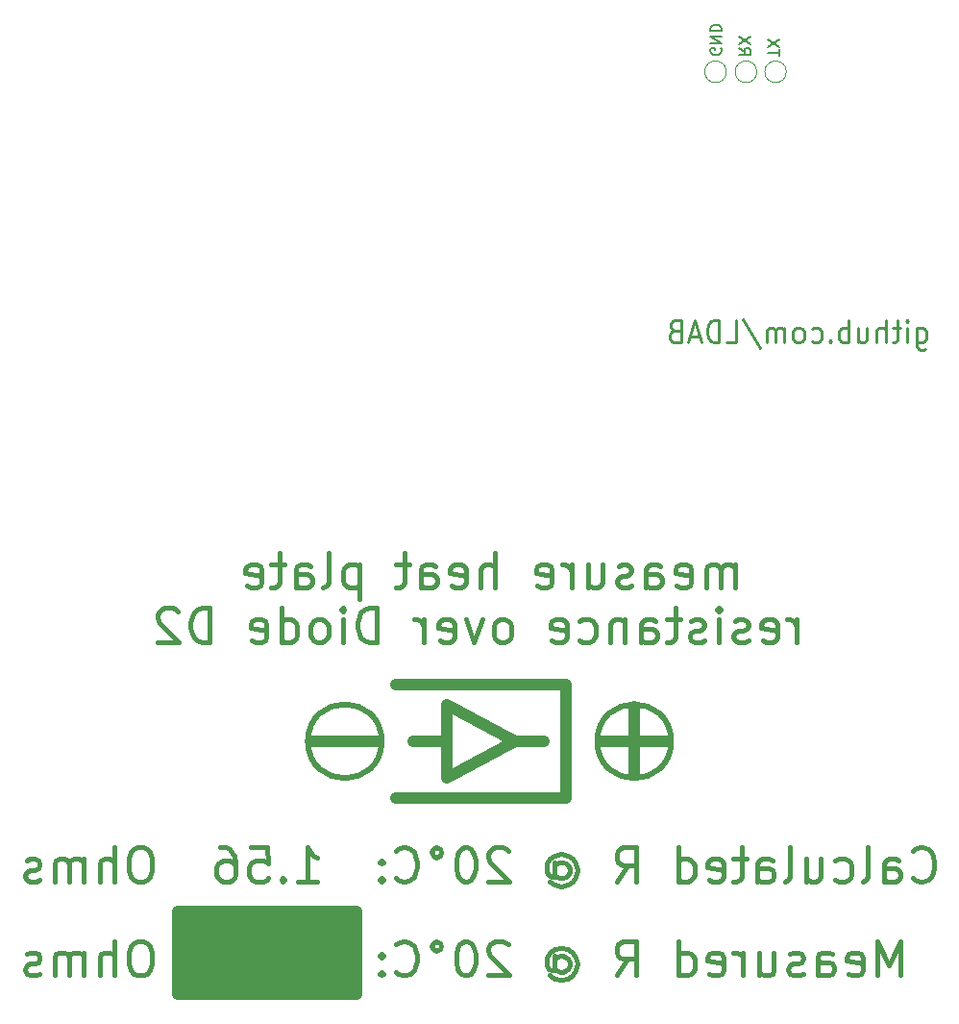
<source format=gbo>
G04 #@! TF.GenerationSoftware,KiCad,Pcbnew,(6.0.1)*
G04 #@! TF.CreationDate,2023-01-09T15:04:14+01:00*
G04 #@! TF.ProjectId,relow-solder-hot-plate,72656c6f-772d-4736-9f6c-6465722d686f,rev?*
G04 #@! TF.SameCoordinates,Original*
G04 #@! TF.FileFunction,Legend,Bot*
G04 #@! TF.FilePolarity,Positive*
%FSLAX46Y46*%
G04 Gerber Fmt 4.6, Leading zero omitted, Abs format (unit mm)*
G04 Created by KiCad (PCBNEW (6.0.1)) date 2023-01-09 15:04:14*
%MOMM*%
%LPD*%
G01*
G04 APERTURE LIST*
%ADD10C,1.000000*%
%ADD11C,0.500000*%
%ADD12C,0.250000*%
%ADD13C,0.150000*%
%ADD14C,0.400000*%
%ADD15C,0.120000*%
%ADD16C,0.650000*%
%ADD17O,1.000000X2.100000*%
%ADD18O,1.000000X1.600000*%
%ADD19C,1.600000*%
%ADD20R,1.600000X1.600000*%
%ADD21C,2.000000*%
%ADD22C,6.200000*%
%ADD23R,1.050000X1.500000*%
%ADD24O,1.050000X1.500000*%
%ADD25C,1.500000*%
G04 APERTURE END LIST*
D10*
X107250000Y-129000000D02*
X104250000Y-129000000D01*
X117750000Y-134000000D02*
X102750000Y-134000000D01*
X126750000Y-129000000D02*
X120750000Y-129000000D01*
X117750000Y-134000000D02*
X117750000Y-124000000D01*
X117750000Y-124000000D02*
X102750000Y-124000000D01*
D11*
X101500000Y-129000000D02*
G75*
G03*
X101500000Y-129000000I-3250000J0D01*
G01*
X127000000Y-129000000D02*
G75*
G03*
X127000000Y-129000000I-3250000J0D01*
G01*
D10*
X107250000Y-125750000D02*
X113250000Y-129000000D01*
X101250000Y-129000000D02*
X95250000Y-129000000D01*
X107250000Y-132250000D02*
X107250000Y-125750000D01*
X112750000Y-129000000D02*
X115750000Y-129000000D01*
X123750000Y-132000000D02*
X123750000Y-126000000D01*
X113250000Y-129000000D02*
X107250000Y-132250000D01*
X83500000Y-144000000D02*
X99250000Y-144000000D01*
X99250000Y-144000000D02*
X99250000Y-151250000D01*
X99250000Y-151250000D02*
X83500000Y-151250000D01*
X83500000Y-151250000D02*
X83500000Y-144000000D01*
G36*
X83500000Y-144000000D02*
G01*
X99250000Y-144000000D01*
X99250000Y-151250000D01*
X83500000Y-151250000D01*
X83500000Y-144000000D01*
G37*
D12*
X148637500Y-92571428D02*
X148637500Y-94190476D01*
X148723214Y-94380952D01*
X148808928Y-94476190D01*
X148980357Y-94571428D01*
X149237500Y-94571428D01*
X149408928Y-94476190D01*
X148637500Y-93809523D02*
X148808928Y-93904761D01*
X149151785Y-93904761D01*
X149323214Y-93809523D01*
X149408928Y-93714285D01*
X149494642Y-93523809D01*
X149494642Y-92952380D01*
X149408928Y-92761904D01*
X149323214Y-92666666D01*
X149151785Y-92571428D01*
X148808928Y-92571428D01*
X148637500Y-92666666D01*
X147780357Y-93904761D02*
X147780357Y-92571428D01*
X147780357Y-91904761D02*
X147866071Y-92000000D01*
X147780357Y-92095238D01*
X147694642Y-92000000D01*
X147780357Y-91904761D01*
X147780357Y-92095238D01*
X147180357Y-92571428D02*
X146494642Y-92571428D01*
X146923214Y-91904761D02*
X146923214Y-93619047D01*
X146837500Y-93809523D01*
X146666071Y-93904761D01*
X146494642Y-93904761D01*
X145894642Y-93904761D02*
X145894642Y-91904761D01*
X145123214Y-93904761D02*
X145123214Y-92857142D01*
X145208928Y-92666666D01*
X145380357Y-92571428D01*
X145637500Y-92571428D01*
X145808928Y-92666666D01*
X145894642Y-92761904D01*
X143494642Y-92571428D02*
X143494642Y-93904761D01*
X144266071Y-92571428D02*
X144266071Y-93619047D01*
X144180357Y-93809523D01*
X144008928Y-93904761D01*
X143751785Y-93904761D01*
X143580357Y-93809523D01*
X143494642Y-93714285D01*
X142637500Y-93904761D02*
X142637500Y-91904761D01*
X142637500Y-92666666D02*
X142466071Y-92571428D01*
X142123214Y-92571428D01*
X141951785Y-92666666D01*
X141866071Y-92761904D01*
X141780357Y-92952380D01*
X141780357Y-93523809D01*
X141866071Y-93714285D01*
X141951785Y-93809523D01*
X142123214Y-93904761D01*
X142466071Y-93904761D01*
X142637500Y-93809523D01*
X141008928Y-93714285D02*
X140923214Y-93809523D01*
X141008928Y-93904761D01*
X141094642Y-93809523D01*
X141008928Y-93714285D01*
X141008928Y-93904761D01*
X139380357Y-93809523D02*
X139551785Y-93904761D01*
X139894642Y-93904761D01*
X140066071Y-93809523D01*
X140151785Y-93714285D01*
X140237500Y-93523809D01*
X140237500Y-92952380D01*
X140151785Y-92761904D01*
X140066071Y-92666666D01*
X139894642Y-92571428D01*
X139551785Y-92571428D01*
X139380357Y-92666666D01*
X138351785Y-93904761D02*
X138523214Y-93809523D01*
X138608928Y-93714285D01*
X138694642Y-93523809D01*
X138694642Y-92952380D01*
X138608928Y-92761904D01*
X138523214Y-92666666D01*
X138351785Y-92571428D01*
X138094642Y-92571428D01*
X137923214Y-92666666D01*
X137837500Y-92761904D01*
X137751785Y-92952380D01*
X137751785Y-93523809D01*
X137837500Y-93714285D01*
X137923214Y-93809523D01*
X138094642Y-93904761D01*
X138351785Y-93904761D01*
X136980357Y-93904761D02*
X136980357Y-92571428D01*
X136980357Y-92761904D02*
X136894642Y-92666666D01*
X136723214Y-92571428D01*
X136466071Y-92571428D01*
X136294642Y-92666666D01*
X136208928Y-92857142D01*
X136208928Y-93904761D01*
X136208928Y-92857142D02*
X136123214Y-92666666D01*
X135951785Y-92571428D01*
X135694642Y-92571428D01*
X135523214Y-92666666D01*
X135437500Y-92857142D01*
X135437500Y-93904761D01*
X133294642Y-91809523D02*
X134837500Y-94380952D01*
X131837500Y-93904761D02*
X132694642Y-93904761D01*
X132694642Y-91904761D01*
X131237500Y-93904761D02*
X131237500Y-91904761D01*
X130808928Y-91904761D01*
X130551785Y-92000000D01*
X130380357Y-92190476D01*
X130294642Y-92380952D01*
X130208928Y-92761904D01*
X130208928Y-93047619D01*
X130294642Y-93428571D01*
X130380357Y-93619047D01*
X130551785Y-93809523D01*
X130808928Y-93904761D01*
X131237500Y-93904761D01*
X129523214Y-93333333D02*
X128666071Y-93333333D01*
X129694642Y-93904761D02*
X129094642Y-91904761D01*
X128494642Y-93904761D01*
X127294642Y-92857142D02*
X127037500Y-92952380D01*
X126951785Y-93047619D01*
X126866071Y-93238095D01*
X126866071Y-93523809D01*
X126951785Y-93714285D01*
X127037500Y-93809523D01*
X127208928Y-93904761D01*
X127894642Y-93904761D01*
X127894642Y-91904761D01*
X127294642Y-91904761D01*
X127123214Y-92000000D01*
X127037500Y-92095238D01*
X126951785Y-92285714D01*
X126951785Y-92476190D01*
X127037500Y-92666666D01*
X127123214Y-92761904D01*
X127294642Y-92857142D01*
X127894642Y-92857142D01*
D13*
X131410000Y-67990595D02*
X131457619Y-68085833D01*
X131457619Y-68228690D01*
X131410000Y-68371547D01*
X131314761Y-68466785D01*
X131219523Y-68514404D01*
X131029047Y-68562023D01*
X130886190Y-68562023D01*
X130695714Y-68514404D01*
X130600476Y-68466785D01*
X130505238Y-68371547D01*
X130457619Y-68228690D01*
X130457619Y-68133452D01*
X130505238Y-67990595D01*
X130552857Y-67942976D01*
X130886190Y-67942976D01*
X130886190Y-68133452D01*
X130457619Y-67514404D02*
X131457619Y-67514404D01*
X130457619Y-66942976D01*
X131457619Y-66942976D01*
X130457619Y-66466785D02*
X131457619Y-66466785D01*
X131457619Y-66228690D01*
X131410000Y-66085833D01*
X131314761Y-65990595D01*
X131219523Y-65942976D01*
X131029047Y-65895357D01*
X130886190Y-65895357D01*
X130695714Y-65942976D01*
X130600476Y-65990595D01*
X130505238Y-66085833D01*
X130457619Y-66228690D01*
X130457619Y-66466785D01*
X136537619Y-68657261D02*
X136537619Y-68085833D01*
X135537619Y-68371547D02*
X136537619Y-68371547D01*
X136537619Y-67847738D02*
X135537619Y-67181071D01*
X136537619Y-67181071D02*
X135537619Y-67847738D01*
X132997619Y-67942976D02*
X133473809Y-68276309D01*
X132997619Y-68514404D02*
X133997619Y-68514404D01*
X133997619Y-68133452D01*
X133950000Y-68038214D01*
X133902380Y-67990595D01*
X133807142Y-67942976D01*
X133664285Y-67942976D01*
X133569047Y-67990595D01*
X133521428Y-68038214D01*
X133473809Y-68133452D01*
X133473809Y-68514404D01*
X133997619Y-67609642D02*
X132997619Y-66942976D01*
X133997619Y-66942976D02*
X132997619Y-67609642D01*
D14*
X94081428Y-141357142D02*
X95795714Y-141357142D01*
X94938571Y-141357142D02*
X94938571Y-138357142D01*
X95224285Y-138785714D01*
X95510000Y-139071428D01*
X95795714Y-139214285D01*
X92795714Y-141071428D02*
X92652857Y-141214285D01*
X92795714Y-141357142D01*
X92938571Y-141214285D01*
X92795714Y-141071428D01*
X92795714Y-141357142D01*
X89938571Y-138357142D02*
X91367142Y-138357142D01*
X91510000Y-139785714D01*
X91367142Y-139642857D01*
X91081428Y-139500000D01*
X90367142Y-139500000D01*
X90081428Y-139642857D01*
X89938571Y-139785714D01*
X89795714Y-140071428D01*
X89795714Y-140785714D01*
X89938571Y-141071428D01*
X90081428Y-141214285D01*
X90367142Y-141357142D01*
X91081428Y-141357142D01*
X91367142Y-141214285D01*
X91510000Y-141071428D01*
X87224285Y-138357142D02*
X87795714Y-138357142D01*
X88081428Y-138500000D01*
X88224285Y-138642857D01*
X88510000Y-139071428D01*
X88652857Y-139642857D01*
X88652857Y-140785714D01*
X88510000Y-141071428D01*
X88367142Y-141214285D01*
X88081428Y-141357142D01*
X87510000Y-141357142D01*
X87224285Y-141214285D01*
X87081428Y-141071428D01*
X86938571Y-140785714D01*
X86938571Y-140071428D01*
X87081428Y-139785714D01*
X87224285Y-139642857D01*
X87510000Y-139500000D01*
X88081428Y-139500000D01*
X88367142Y-139642857D01*
X88510000Y-139785714D01*
X88652857Y-140071428D01*
X80510000Y-138357142D02*
X79938571Y-138357142D01*
X79652857Y-138500000D01*
X79367142Y-138785714D01*
X79224285Y-139357142D01*
X79224285Y-140357142D01*
X79367142Y-140928571D01*
X79652857Y-141214285D01*
X79938571Y-141357142D01*
X80510000Y-141357142D01*
X80795714Y-141214285D01*
X81081428Y-140928571D01*
X81224285Y-140357142D01*
X81224285Y-139357142D01*
X81081428Y-138785714D01*
X80795714Y-138500000D01*
X80510000Y-138357142D01*
X77938571Y-141357142D02*
X77938571Y-138357142D01*
X76652857Y-141357142D02*
X76652857Y-139785714D01*
X76795714Y-139500000D01*
X77081428Y-139357142D01*
X77510000Y-139357142D01*
X77795714Y-139500000D01*
X77938571Y-139642857D01*
X75224285Y-141357142D02*
X75224285Y-139357142D01*
X75224285Y-139642857D02*
X75081428Y-139500000D01*
X74795714Y-139357142D01*
X74367142Y-139357142D01*
X74081428Y-139500000D01*
X73938571Y-139785714D01*
X73938571Y-141357142D01*
X73938571Y-139785714D02*
X73795714Y-139500000D01*
X73510000Y-139357142D01*
X73081428Y-139357142D01*
X72795714Y-139500000D01*
X72652857Y-139785714D01*
X72652857Y-141357142D01*
X71367142Y-141214285D02*
X71081428Y-141357142D01*
X70510000Y-141357142D01*
X70224285Y-141214285D01*
X70081428Y-140928571D01*
X70081428Y-140785714D01*
X70224285Y-140500000D01*
X70510000Y-140357142D01*
X70938571Y-140357142D01*
X71224285Y-140214285D01*
X71367142Y-139928571D01*
X71367142Y-139785714D01*
X71224285Y-139500000D01*
X70938571Y-139357142D01*
X70510000Y-139357142D01*
X70224285Y-139500000D01*
X147188571Y-149607142D02*
X147188571Y-146607142D01*
X146188571Y-148750000D01*
X145188571Y-146607142D01*
X145188571Y-149607142D01*
X142617142Y-149464285D02*
X142902857Y-149607142D01*
X143474285Y-149607142D01*
X143760000Y-149464285D01*
X143902857Y-149178571D01*
X143902857Y-148035714D01*
X143760000Y-147750000D01*
X143474285Y-147607142D01*
X142902857Y-147607142D01*
X142617142Y-147750000D01*
X142474285Y-148035714D01*
X142474285Y-148321428D01*
X143902857Y-148607142D01*
X139902857Y-149607142D02*
X139902857Y-148035714D01*
X140045714Y-147750000D01*
X140331428Y-147607142D01*
X140902857Y-147607142D01*
X141188571Y-147750000D01*
X139902857Y-149464285D02*
X140188571Y-149607142D01*
X140902857Y-149607142D01*
X141188571Y-149464285D01*
X141331428Y-149178571D01*
X141331428Y-148892857D01*
X141188571Y-148607142D01*
X140902857Y-148464285D01*
X140188571Y-148464285D01*
X139902857Y-148321428D01*
X138617142Y-149464285D02*
X138331428Y-149607142D01*
X137760000Y-149607142D01*
X137474285Y-149464285D01*
X137331428Y-149178571D01*
X137331428Y-149035714D01*
X137474285Y-148750000D01*
X137760000Y-148607142D01*
X138188571Y-148607142D01*
X138474285Y-148464285D01*
X138617142Y-148178571D01*
X138617142Y-148035714D01*
X138474285Y-147750000D01*
X138188571Y-147607142D01*
X137760000Y-147607142D01*
X137474285Y-147750000D01*
X134760000Y-147607142D02*
X134760000Y-149607142D01*
X136045714Y-147607142D02*
X136045714Y-149178571D01*
X135902857Y-149464285D01*
X135617142Y-149607142D01*
X135188571Y-149607142D01*
X134902857Y-149464285D01*
X134760000Y-149321428D01*
X133331428Y-149607142D02*
X133331428Y-147607142D01*
X133331428Y-148178571D02*
X133188571Y-147892857D01*
X133045714Y-147750000D01*
X132760000Y-147607142D01*
X132474285Y-147607142D01*
X130331428Y-149464285D02*
X130617142Y-149607142D01*
X131188571Y-149607142D01*
X131474285Y-149464285D01*
X131617142Y-149178571D01*
X131617142Y-148035714D01*
X131474285Y-147750000D01*
X131188571Y-147607142D01*
X130617142Y-147607142D01*
X130331428Y-147750000D01*
X130188571Y-148035714D01*
X130188571Y-148321428D01*
X131617142Y-148607142D01*
X127617142Y-149607142D02*
X127617142Y-146607142D01*
X127617142Y-149464285D02*
X127902857Y-149607142D01*
X128474285Y-149607142D01*
X128760000Y-149464285D01*
X128902857Y-149321428D01*
X129045714Y-149035714D01*
X129045714Y-148178571D01*
X128902857Y-147892857D01*
X128760000Y-147750000D01*
X128474285Y-147607142D01*
X127902857Y-147607142D01*
X127617142Y-147750000D01*
X122188571Y-149607142D02*
X123188571Y-148178571D01*
X123902857Y-149607142D02*
X123902857Y-146607142D01*
X122760000Y-146607142D01*
X122474285Y-146750000D01*
X122331428Y-146892857D01*
X122188571Y-147178571D01*
X122188571Y-147607142D01*
X122331428Y-147892857D01*
X122474285Y-148035714D01*
X122760000Y-148178571D01*
X123902857Y-148178571D01*
X116760000Y-148178571D02*
X116902857Y-148035714D01*
X117188571Y-147892857D01*
X117474285Y-147892857D01*
X117760000Y-148035714D01*
X117902857Y-148178571D01*
X118045714Y-148464285D01*
X118045714Y-148750000D01*
X117902857Y-149035714D01*
X117760000Y-149178571D01*
X117474285Y-149321428D01*
X117188571Y-149321428D01*
X116902857Y-149178571D01*
X116760000Y-149035714D01*
X116760000Y-147892857D02*
X116760000Y-149035714D01*
X116617142Y-149178571D01*
X116474285Y-149178571D01*
X116188571Y-149035714D01*
X116045714Y-148750000D01*
X116045714Y-148035714D01*
X116331428Y-147607142D01*
X116760000Y-147321428D01*
X117331428Y-147178571D01*
X117902857Y-147321428D01*
X118331428Y-147607142D01*
X118617142Y-148035714D01*
X118760000Y-148607142D01*
X118617142Y-149178571D01*
X118331428Y-149607142D01*
X117902857Y-149892857D01*
X117331428Y-150035714D01*
X116760000Y-149892857D01*
X116331428Y-149607142D01*
X112617142Y-146892857D02*
X112474285Y-146750000D01*
X112188571Y-146607142D01*
X111474285Y-146607142D01*
X111188571Y-146750000D01*
X111045714Y-146892857D01*
X110902857Y-147178571D01*
X110902857Y-147464285D01*
X111045714Y-147892857D01*
X112760000Y-149607142D01*
X110902857Y-149607142D01*
X109045714Y-146607142D02*
X108760000Y-146607142D01*
X108474285Y-146750000D01*
X108331428Y-146892857D01*
X108188571Y-147178571D01*
X108045714Y-147750000D01*
X108045714Y-148464285D01*
X108188571Y-149035714D01*
X108331428Y-149321428D01*
X108474285Y-149464285D01*
X108760000Y-149607142D01*
X109045714Y-149607142D01*
X109331428Y-149464285D01*
X109474285Y-149321428D01*
X109617142Y-149035714D01*
X109760000Y-148464285D01*
X109760000Y-147750000D01*
X109617142Y-147178571D01*
X109474285Y-146892857D01*
X109331428Y-146750000D01*
X109045714Y-146607142D01*
X106331428Y-146607142D02*
X106617142Y-146750000D01*
X106760000Y-147035714D01*
X106617142Y-147321428D01*
X106331428Y-147464285D01*
X106045714Y-147321428D01*
X105902857Y-147035714D01*
X106045714Y-146750000D01*
X106331428Y-146607142D01*
X102760000Y-149321428D02*
X102902857Y-149464285D01*
X103331428Y-149607142D01*
X103617142Y-149607142D01*
X104045714Y-149464285D01*
X104331428Y-149178571D01*
X104474285Y-148892857D01*
X104617142Y-148321428D01*
X104617142Y-147892857D01*
X104474285Y-147321428D01*
X104331428Y-147035714D01*
X104045714Y-146750000D01*
X103617142Y-146607142D01*
X103331428Y-146607142D01*
X102902857Y-146750000D01*
X102760000Y-146892857D01*
X101474285Y-149321428D02*
X101331428Y-149464285D01*
X101474285Y-149607142D01*
X101617142Y-149464285D01*
X101474285Y-149321428D01*
X101474285Y-149607142D01*
X101474285Y-147750000D02*
X101331428Y-147892857D01*
X101474285Y-148035714D01*
X101617142Y-147892857D01*
X101474285Y-147750000D01*
X101474285Y-148035714D01*
X148331428Y-141071428D02*
X148474285Y-141214285D01*
X148902857Y-141357142D01*
X149188571Y-141357142D01*
X149617142Y-141214285D01*
X149902857Y-140928571D01*
X150045714Y-140642857D01*
X150188571Y-140071428D01*
X150188571Y-139642857D01*
X150045714Y-139071428D01*
X149902857Y-138785714D01*
X149617142Y-138500000D01*
X149188571Y-138357142D01*
X148902857Y-138357142D01*
X148474285Y-138500000D01*
X148331428Y-138642857D01*
X145760000Y-141357142D02*
X145760000Y-139785714D01*
X145902857Y-139500000D01*
X146188571Y-139357142D01*
X146760000Y-139357142D01*
X147045714Y-139500000D01*
X145760000Y-141214285D02*
X146045714Y-141357142D01*
X146760000Y-141357142D01*
X147045714Y-141214285D01*
X147188571Y-140928571D01*
X147188571Y-140642857D01*
X147045714Y-140357142D01*
X146760000Y-140214285D01*
X146045714Y-140214285D01*
X145760000Y-140071428D01*
X143902857Y-141357142D02*
X144188571Y-141214285D01*
X144331428Y-140928571D01*
X144331428Y-138357142D01*
X141474285Y-141214285D02*
X141760000Y-141357142D01*
X142331428Y-141357142D01*
X142617142Y-141214285D01*
X142760000Y-141071428D01*
X142902857Y-140785714D01*
X142902857Y-139928571D01*
X142760000Y-139642857D01*
X142617142Y-139500000D01*
X142331428Y-139357142D01*
X141760000Y-139357142D01*
X141474285Y-139500000D01*
X138902857Y-139357142D02*
X138902857Y-141357142D01*
X140188571Y-139357142D02*
X140188571Y-140928571D01*
X140045714Y-141214285D01*
X139760000Y-141357142D01*
X139331428Y-141357142D01*
X139045714Y-141214285D01*
X138902857Y-141071428D01*
X137045714Y-141357142D02*
X137331428Y-141214285D01*
X137474285Y-140928571D01*
X137474285Y-138357142D01*
X134617142Y-141357142D02*
X134617142Y-139785714D01*
X134759999Y-139500000D01*
X135045714Y-139357142D01*
X135617142Y-139357142D01*
X135902857Y-139500000D01*
X134617142Y-141214285D02*
X134902857Y-141357142D01*
X135617142Y-141357142D01*
X135902857Y-141214285D01*
X136045714Y-140928571D01*
X136045714Y-140642857D01*
X135902857Y-140357142D01*
X135617142Y-140214285D01*
X134902857Y-140214285D01*
X134617142Y-140071428D01*
X133617142Y-139357142D02*
X132474285Y-139357142D01*
X133188571Y-138357142D02*
X133188571Y-140928571D01*
X133045714Y-141214285D01*
X132759999Y-141357142D01*
X132474285Y-141357142D01*
X130331428Y-141214285D02*
X130617142Y-141357142D01*
X131188571Y-141357142D01*
X131474285Y-141214285D01*
X131617142Y-140928571D01*
X131617142Y-139785714D01*
X131474285Y-139500000D01*
X131188571Y-139357142D01*
X130617142Y-139357142D01*
X130331428Y-139500000D01*
X130188571Y-139785714D01*
X130188571Y-140071428D01*
X131617142Y-140357142D01*
X127617142Y-141357142D02*
X127617142Y-138357142D01*
X127617142Y-141214285D02*
X127902857Y-141357142D01*
X128474285Y-141357142D01*
X128759999Y-141214285D01*
X128902857Y-141071428D01*
X129045714Y-140785714D01*
X129045714Y-139928571D01*
X128902857Y-139642857D01*
X128759999Y-139500000D01*
X128474285Y-139357142D01*
X127902857Y-139357142D01*
X127617142Y-139500000D01*
X122188571Y-141357142D02*
X123188571Y-139928571D01*
X123902857Y-141357142D02*
X123902857Y-138357142D01*
X122759999Y-138357142D01*
X122474285Y-138500000D01*
X122331428Y-138642857D01*
X122188571Y-138928571D01*
X122188571Y-139357142D01*
X122331428Y-139642857D01*
X122474285Y-139785714D01*
X122759999Y-139928571D01*
X123902857Y-139928571D01*
X116759999Y-139928571D02*
X116902857Y-139785714D01*
X117188571Y-139642857D01*
X117474285Y-139642857D01*
X117759999Y-139785714D01*
X117902857Y-139928571D01*
X118045714Y-140214285D01*
X118045714Y-140500000D01*
X117902857Y-140785714D01*
X117759999Y-140928571D01*
X117474285Y-141071428D01*
X117188571Y-141071428D01*
X116902857Y-140928571D01*
X116759999Y-140785714D01*
X116759999Y-139642857D02*
X116759999Y-140785714D01*
X116617142Y-140928571D01*
X116474285Y-140928571D01*
X116188571Y-140785714D01*
X116045714Y-140500000D01*
X116045714Y-139785714D01*
X116331428Y-139357142D01*
X116759999Y-139071428D01*
X117331428Y-138928571D01*
X117902857Y-139071428D01*
X118331428Y-139357142D01*
X118617142Y-139785714D01*
X118759999Y-140357142D01*
X118617142Y-140928571D01*
X118331428Y-141357142D01*
X117902857Y-141642857D01*
X117331428Y-141785714D01*
X116759999Y-141642857D01*
X116331428Y-141357142D01*
X112617142Y-138642857D02*
X112474285Y-138500000D01*
X112188571Y-138357142D01*
X111474285Y-138357142D01*
X111188571Y-138500000D01*
X111045714Y-138642857D01*
X110902857Y-138928571D01*
X110902857Y-139214285D01*
X111045714Y-139642857D01*
X112759999Y-141357142D01*
X110902857Y-141357142D01*
X109045714Y-138357142D02*
X108759999Y-138357142D01*
X108474285Y-138500000D01*
X108331428Y-138642857D01*
X108188571Y-138928571D01*
X108045714Y-139500000D01*
X108045714Y-140214285D01*
X108188571Y-140785714D01*
X108331428Y-141071428D01*
X108474285Y-141214285D01*
X108759999Y-141357142D01*
X109045714Y-141357142D01*
X109331428Y-141214285D01*
X109474285Y-141071428D01*
X109617142Y-140785714D01*
X109759999Y-140214285D01*
X109759999Y-139500000D01*
X109617142Y-138928571D01*
X109474285Y-138642857D01*
X109331428Y-138500000D01*
X109045714Y-138357142D01*
X106331428Y-138357142D02*
X106617142Y-138500000D01*
X106759999Y-138785714D01*
X106617142Y-139071428D01*
X106331428Y-139214285D01*
X106045714Y-139071428D01*
X105902857Y-138785714D01*
X106045714Y-138500000D01*
X106331428Y-138357142D01*
X102759999Y-141071428D02*
X102902857Y-141214285D01*
X103331428Y-141357142D01*
X103617142Y-141357142D01*
X104045714Y-141214285D01*
X104331428Y-140928571D01*
X104474285Y-140642857D01*
X104617142Y-140071428D01*
X104617142Y-139642857D01*
X104474285Y-139071428D01*
X104331428Y-138785714D01*
X104045714Y-138500000D01*
X103617142Y-138357142D01*
X103331428Y-138357142D01*
X102902857Y-138500000D01*
X102759999Y-138642857D01*
X101474285Y-141071428D02*
X101331428Y-141214285D01*
X101474285Y-141357142D01*
X101617142Y-141214285D01*
X101474285Y-141071428D01*
X101474285Y-141357142D01*
X101474285Y-139500000D02*
X101331428Y-139642857D01*
X101474285Y-139785714D01*
X101617142Y-139642857D01*
X101474285Y-139500000D01*
X101474285Y-139785714D01*
X132642857Y-115442142D02*
X132642857Y-113442142D01*
X132642857Y-113727857D02*
X132500000Y-113585000D01*
X132214285Y-113442142D01*
X131785714Y-113442142D01*
X131500000Y-113585000D01*
X131357142Y-113870714D01*
X131357142Y-115442142D01*
X131357142Y-113870714D02*
X131214285Y-113585000D01*
X130928571Y-113442142D01*
X130500000Y-113442142D01*
X130214285Y-113585000D01*
X130071428Y-113870714D01*
X130071428Y-115442142D01*
X127500000Y-115299285D02*
X127785714Y-115442142D01*
X128357142Y-115442142D01*
X128642857Y-115299285D01*
X128785714Y-115013571D01*
X128785714Y-113870714D01*
X128642857Y-113585000D01*
X128357142Y-113442142D01*
X127785714Y-113442142D01*
X127500000Y-113585000D01*
X127357142Y-113870714D01*
X127357142Y-114156428D01*
X128785714Y-114442142D01*
X124785714Y-115442142D02*
X124785714Y-113870714D01*
X124928571Y-113585000D01*
X125214285Y-113442142D01*
X125785714Y-113442142D01*
X126071428Y-113585000D01*
X124785714Y-115299285D02*
X125071428Y-115442142D01*
X125785714Y-115442142D01*
X126071428Y-115299285D01*
X126214285Y-115013571D01*
X126214285Y-114727857D01*
X126071428Y-114442142D01*
X125785714Y-114299285D01*
X125071428Y-114299285D01*
X124785714Y-114156428D01*
X123499999Y-115299285D02*
X123214285Y-115442142D01*
X122642857Y-115442142D01*
X122357142Y-115299285D01*
X122214285Y-115013571D01*
X122214285Y-114870714D01*
X122357142Y-114585000D01*
X122642857Y-114442142D01*
X123071428Y-114442142D01*
X123357142Y-114299285D01*
X123499999Y-114013571D01*
X123499999Y-113870714D01*
X123357142Y-113585000D01*
X123071428Y-113442142D01*
X122642857Y-113442142D01*
X122357142Y-113585000D01*
X119642857Y-113442142D02*
X119642857Y-115442142D01*
X120928571Y-113442142D02*
X120928571Y-115013571D01*
X120785714Y-115299285D01*
X120500000Y-115442142D01*
X120071428Y-115442142D01*
X119785714Y-115299285D01*
X119642857Y-115156428D01*
X118214285Y-115442142D02*
X118214285Y-113442142D01*
X118214285Y-114013571D02*
X118071428Y-113727857D01*
X117928571Y-113585000D01*
X117642857Y-113442142D01*
X117357142Y-113442142D01*
X115214285Y-115299285D02*
X115500000Y-115442142D01*
X116071428Y-115442142D01*
X116357142Y-115299285D01*
X116500000Y-115013571D01*
X116500000Y-113870714D01*
X116357142Y-113585000D01*
X116071428Y-113442142D01*
X115500000Y-113442142D01*
X115214285Y-113585000D01*
X115071428Y-113870714D01*
X115071428Y-114156428D01*
X116500000Y-114442142D01*
X111500000Y-115442142D02*
X111500000Y-112442142D01*
X110214285Y-115442142D02*
X110214285Y-113870714D01*
X110357142Y-113585000D01*
X110642857Y-113442142D01*
X111071428Y-113442142D01*
X111357142Y-113585000D01*
X111500000Y-113727857D01*
X107642857Y-115299285D02*
X107928571Y-115442142D01*
X108500000Y-115442142D01*
X108785714Y-115299285D01*
X108928571Y-115013571D01*
X108928571Y-113870714D01*
X108785714Y-113585000D01*
X108500000Y-113442142D01*
X107928571Y-113442142D01*
X107642857Y-113585000D01*
X107500000Y-113870714D01*
X107500000Y-114156428D01*
X108928571Y-114442142D01*
X104928571Y-115442142D02*
X104928571Y-113870714D01*
X105071428Y-113585000D01*
X105357142Y-113442142D01*
X105928571Y-113442142D01*
X106214285Y-113585000D01*
X104928571Y-115299285D02*
X105214285Y-115442142D01*
X105928571Y-115442142D01*
X106214285Y-115299285D01*
X106357142Y-115013571D01*
X106357142Y-114727857D01*
X106214285Y-114442142D01*
X105928571Y-114299285D01*
X105214285Y-114299285D01*
X104928571Y-114156428D01*
X103928571Y-113442142D02*
X102785714Y-113442142D01*
X103500000Y-112442142D02*
X103500000Y-115013571D01*
X103357142Y-115299285D01*
X103071428Y-115442142D01*
X102785714Y-115442142D01*
X99500000Y-113442142D02*
X99500000Y-116442142D01*
X99500000Y-113585000D02*
X99214285Y-113442142D01*
X98642857Y-113442142D01*
X98357142Y-113585000D01*
X98214285Y-113727857D01*
X98071428Y-114013571D01*
X98071428Y-114870714D01*
X98214285Y-115156428D01*
X98357142Y-115299285D01*
X98642857Y-115442142D01*
X99214285Y-115442142D01*
X99500000Y-115299285D01*
X96357142Y-115442142D02*
X96642857Y-115299285D01*
X96785714Y-115013571D01*
X96785714Y-112442142D01*
X93928571Y-115442142D02*
X93928571Y-113870714D01*
X94071428Y-113585000D01*
X94357142Y-113442142D01*
X94928571Y-113442142D01*
X95214285Y-113585000D01*
X93928571Y-115299285D02*
X94214285Y-115442142D01*
X94928571Y-115442142D01*
X95214285Y-115299285D01*
X95357142Y-115013571D01*
X95357142Y-114727857D01*
X95214285Y-114442142D01*
X94928571Y-114299285D01*
X94214285Y-114299285D01*
X93928571Y-114156428D01*
X92928571Y-113442142D02*
X91785714Y-113442142D01*
X92500000Y-112442142D02*
X92500000Y-115013571D01*
X92357142Y-115299285D01*
X92071428Y-115442142D01*
X91785714Y-115442142D01*
X89642857Y-115299285D02*
X89928571Y-115442142D01*
X90500000Y-115442142D01*
X90785714Y-115299285D01*
X90928571Y-115013571D01*
X90928571Y-113870714D01*
X90785714Y-113585000D01*
X90500000Y-113442142D01*
X89928571Y-113442142D01*
X89642857Y-113585000D01*
X89500000Y-113870714D01*
X89500000Y-114156428D01*
X90928571Y-114442142D01*
X138071428Y-120272142D02*
X138071428Y-118272142D01*
X138071428Y-118843571D02*
X137928571Y-118557857D01*
X137785714Y-118415000D01*
X137500000Y-118272142D01*
X137214285Y-118272142D01*
X135071428Y-120129285D02*
X135357142Y-120272142D01*
X135928571Y-120272142D01*
X136214285Y-120129285D01*
X136357142Y-119843571D01*
X136357142Y-118700714D01*
X136214285Y-118415000D01*
X135928571Y-118272142D01*
X135357142Y-118272142D01*
X135071428Y-118415000D01*
X134928571Y-118700714D01*
X134928571Y-118986428D01*
X136357142Y-119272142D01*
X133785714Y-120129285D02*
X133500000Y-120272142D01*
X132928571Y-120272142D01*
X132642857Y-120129285D01*
X132500000Y-119843571D01*
X132500000Y-119700714D01*
X132642857Y-119415000D01*
X132928571Y-119272142D01*
X133357142Y-119272142D01*
X133642857Y-119129285D01*
X133785714Y-118843571D01*
X133785714Y-118700714D01*
X133642857Y-118415000D01*
X133357142Y-118272142D01*
X132928571Y-118272142D01*
X132642857Y-118415000D01*
X131214285Y-120272142D02*
X131214285Y-118272142D01*
X131214285Y-117272142D02*
X131357142Y-117415000D01*
X131214285Y-117557857D01*
X131071428Y-117415000D01*
X131214285Y-117272142D01*
X131214285Y-117557857D01*
X129928571Y-120129285D02*
X129642857Y-120272142D01*
X129071428Y-120272142D01*
X128785714Y-120129285D01*
X128642857Y-119843571D01*
X128642857Y-119700714D01*
X128785714Y-119415000D01*
X129071428Y-119272142D01*
X129500000Y-119272142D01*
X129785714Y-119129285D01*
X129928571Y-118843571D01*
X129928571Y-118700714D01*
X129785714Y-118415000D01*
X129500000Y-118272142D01*
X129071428Y-118272142D01*
X128785714Y-118415000D01*
X127785714Y-118272142D02*
X126642857Y-118272142D01*
X127357142Y-117272142D02*
X127357142Y-119843571D01*
X127214285Y-120129285D01*
X126928571Y-120272142D01*
X126642857Y-120272142D01*
X124357142Y-120272142D02*
X124357142Y-118700714D01*
X124500000Y-118415000D01*
X124785714Y-118272142D01*
X125357142Y-118272142D01*
X125642857Y-118415000D01*
X124357142Y-120129285D02*
X124642857Y-120272142D01*
X125357142Y-120272142D01*
X125642857Y-120129285D01*
X125785714Y-119843571D01*
X125785714Y-119557857D01*
X125642857Y-119272142D01*
X125357142Y-119129285D01*
X124642857Y-119129285D01*
X124357142Y-118986428D01*
X122928571Y-118272142D02*
X122928571Y-120272142D01*
X122928571Y-118557857D02*
X122785714Y-118415000D01*
X122500000Y-118272142D01*
X122071428Y-118272142D01*
X121785714Y-118415000D01*
X121642857Y-118700714D01*
X121642857Y-120272142D01*
X118928571Y-120129285D02*
X119214285Y-120272142D01*
X119785714Y-120272142D01*
X120071428Y-120129285D01*
X120214285Y-119986428D01*
X120357142Y-119700714D01*
X120357142Y-118843571D01*
X120214285Y-118557857D01*
X120071428Y-118415000D01*
X119785714Y-118272142D01*
X119214285Y-118272142D01*
X118928571Y-118415000D01*
X116500000Y-120129285D02*
X116785714Y-120272142D01*
X117357142Y-120272142D01*
X117642857Y-120129285D01*
X117785714Y-119843571D01*
X117785714Y-118700714D01*
X117642857Y-118415000D01*
X117357142Y-118272142D01*
X116785714Y-118272142D01*
X116500000Y-118415000D01*
X116357142Y-118700714D01*
X116357142Y-118986428D01*
X117785714Y-119272142D01*
X112357142Y-120272142D02*
X112642857Y-120129285D01*
X112785714Y-119986428D01*
X112928571Y-119700714D01*
X112928571Y-118843571D01*
X112785714Y-118557857D01*
X112642857Y-118415000D01*
X112357142Y-118272142D01*
X111928571Y-118272142D01*
X111642857Y-118415000D01*
X111500000Y-118557857D01*
X111357142Y-118843571D01*
X111357142Y-119700714D01*
X111500000Y-119986428D01*
X111642857Y-120129285D01*
X111928571Y-120272142D01*
X112357142Y-120272142D01*
X110357142Y-118272142D02*
X109642857Y-120272142D01*
X108928571Y-118272142D01*
X106642857Y-120129285D02*
X106928571Y-120272142D01*
X107500000Y-120272142D01*
X107785714Y-120129285D01*
X107928571Y-119843571D01*
X107928571Y-118700714D01*
X107785714Y-118415000D01*
X107500000Y-118272142D01*
X106928571Y-118272142D01*
X106642857Y-118415000D01*
X106500000Y-118700714D01*
X106500000Y-118986428D01*
X107928571Y-119272142D01*
X105214285Y-120272142D02*
X105214285Y-118272142D01*
X105214285Y-118843571D02*
X105071428Y-118557857D01*
X104928571Y-118415000D01*
X104642857Y-118272142D01*
X104357142Y-118272142D01*
X101071428Y-120272142D02*
X101071428Y-117272142D01*
X100357142Y-117272142D01*
X99928571Y-117415000D01*
X99642857Y-117700714D01*
X99500000Y-117986428D01*
X99357142Y-118557857D01*
X99357142Y-118986428D01*
X99500000Y-119557857D01*
X99642857Y-119843571D01*
X99928571Y-120129285D01*
X100357142Y-120272142D01*
X101071428Y-120272142D01*
X98071428Y-120272142D02*
X98071428Y-118272142D01*
X98071428Y-117272142D02*
X98214285Y-117415000D01*
X98071428Y-117557857D01*
X97928571Y-117415000D01*
X98071428Y-117272142D01*
X98071428Y-117557857D01*
X96214285Y-120272142D02*
X96499999Y-120129285D01*
X96642857Y-119986428D01*
X96785714Y-119700714D01*
X96785714Y-118843571D01*
X96642857Y-118557857D01*
X96499999Y-118415000D01*
X96214285Y-118272142D01*
X95785714Y-118272142D01*
X95499999Y-118415000D01*
X95357142Y-118557857D01*
X95214285Y-118843571D01*
X95214285Y-119700714D01*
X95357142Y-119986428D01*
X95499999Y-120129285D01*
X95785714Y-120272142D01*
X96214285Y-120272142D01*
X92642857Y-120272142D02*
X92642857Y-117272142D01*
X92642857Y-120129285D02*
X92928571Y-120272142D01*
X93499999Y-120272142D01*
X93785714Y-120129285D01*
X93928571Y-119986428D01*
X94071428Y-119700714D01*
X94071428Y-118843571D01*
X93928571Y-118557857D01*
X93785714Y-118415000D01*
X93499999Y-118272142D01*
X92928571Y-118272142D01*
X92642857Y-118415000D01*
X90071428Y-120129285D02*
X90357142Y-120272142D01*
X90928571Y-120272142D01*
X91214285Y-120129285D01*
X91357142Y-119843571D01*
X91357142Y-118700714D01*
X91214285Y-118415000D01*
X90928571Y-118272142D01*
X90357142Y-118272142D01*
X90071428Y-118415000D01*
X89928571Y-118700714D01*
X89928571Y-118986428D01*
X91357142Y-119272142D01*
X86357142Y-120272142D02*
X86357142Y-117272142D01*
X85642857Y-117272142D01*
X85214285Y-117415000D01*
X84928571Y-117700714D01*
X84785714Y-117986428D01*
X84642857Y-118557857D01*
X84642857Y-118986428D01*
X84785714Y-119557857D01*
X84928571Y-119843571D01*
X85214285Y-120129285D01*
X85642857Y-120272142D01*
X86357142Y-120272142D01*
X83499999Y-117557857D02*
X83357142Y-117415000D01*
X83071428Y-117272142D01*
X82357142Y-117272142D01*
X82071428Y-117415000D01*
X81928571Y-117557857D01*
X81785714Y-117843571D01*
X81785714Y-118129285D01*
X81928571Y-118557857D01*
X83642857Y-120272142D01*
X81785714Y-120272142D01*
X80510000Y-146607142D02*
X79938571Y-146607142D01*
X79652857Y-146750000D01*
X79367142Y-147035714D01*
X79224285Y-147607142D01*
X79224285Y-148607142D01*
X79367142Y-149178571D01*
X79652857Y-149464285D01*
X79938571Y-149607142D01*
X80510000Y-149607142D01*
X80795714Y-149464285D01*
X81081428Y-149178571D01*
X81224285Y-148607142D01*
X81224285Y-147607142D01*
X81081428Y-147035714D01*
X80795714Y-146750000D01*
X80510000Y-146607142D01*
X77938571Y-149607142D02*
X77938571Y-146607142D01*
X76652857Y-149607142D02*
X76652857Y-148035714D01*
X76795714Y-147750000D01*
X77081428Y-147607142D01*
X77510000Y-147607142D01*
X77795714Y-147750000D01*
X77938571Y-147892857D01*
X75224285Y-149607142D02*
X75224285Y-147607142D01*
X75224285Y-147892857D02*
X75081428Y-147750000D01*
X74795714Y-147607142D01*
X74367142Y-147607142D01*
X74081428Y-147750000D01*
X73938571Y-148035714D01*
X73938571Y-149607142D01*
X73938571Y-148035714D02*
X73795714Y-147750000D01*
X73510000Y-147607142D01*
X73081428Y-147607142D01*
X72795714Y-147750000D01*
X72652857Y-148035714D01*
X72652857Y-149607142D01*
X71367142Y-149464285D02*
X71081428Y-149607142D01*
X70510000Y-149607142D01*
X70224285Y-149464285D01*
X70081428Y-149178571D01*
X70081428Y-149035714D01*
X70224285Y-148750000D01*
X70510000Y-148607142D01*
X70938571Y-148607142D01*
X71224285Y-148464285D01*
X71367142Y-148178571D01*
X71367142Y-148035714D01*
X71224285Y-147750000D01*
X70938571Y-147607142D01*
X70510000Y-147607142D01*
X70224285Y-147750000D01*
D15*
X131860000Y-70050000D02*
G75*
G03*
X131860000Y-70050000I-950000J0D01*
G01*
X134550000Y-70050000D02*
G75*
G03*
X134550000Y-70050000I-950000J0D01*
G01*
X137150000Y-70050000D02*
G75*
G03*
X137150000Y-70050000I-950000J0D01*
G01*
%LPC*%
D16*
X74899000Y-66862000D03*
X69119000Y-66862000D03*
D17*
X67689000Y-67392000D03*
X76329000Y-67392000D03*
D18*
X67689000Y-63212000D03*
X76329000Y-63212000D03*
D19*
X96900000Y-71700000D03*
D20*
X96900000Y-75200000D03*
D21*
X153325000Y-75640000D03*
X153325000Y-69140000D03*
X157825000Y-75640000D03*
X157825000Y-69140000D03*
D20*
X88138000Y-66295651D03*
D19*
X88138000Y-62795651D03*
X96900000Y-66300000D03*
D20*
X96900000Y-62800000D03*
D19*
X87900000Y-71700000D03*
D20*
X87900000Y-75200000D03*
D22*
X63500000Y-63500000D03*
X156500000Y-156500000D03*
D23*
X154600000Y-89940000D03*
D24*
X155870000Y-89940000D03*
X157140000Y-89940000D03*
D22*
X63500000Y-156500000D03*
X156500000Y-63500000D03*
D25*
X130910000Y-70050000D03*
X133600000Y-70050000D03*
X136200000Y-70050000D03*
M02*

</source>
